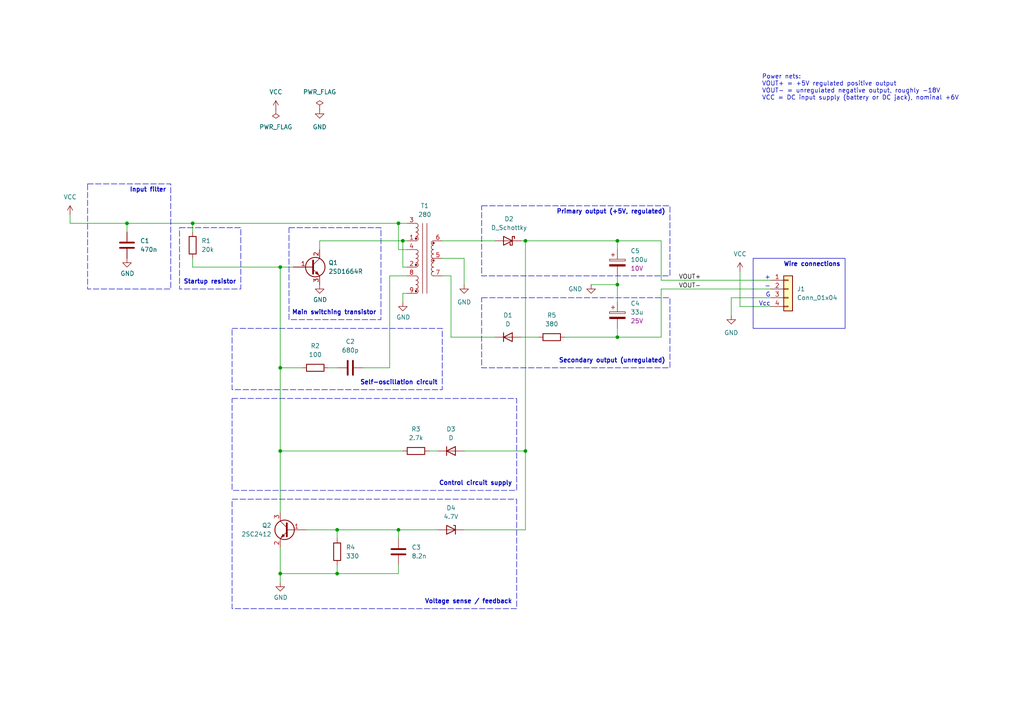
<source format=kicad_sch>
(kicad_sch (version 20230121) (generator eeschema)
  (paper "A4")
  (title_block (title "DC-CONV-DMG-C") (date "2022-01-12") (rev "A") (company "https://gekkio.fi") (comment 1 "https://github.com/gekkio/gb-schematics"))
  (lib_symbols
    (symbol "Connector_Generic:Conn_01x04" (pin_names (offset 1.016) hide)
      (property "Reference" "J" (at 0 5.08 0))
      (property "Value" "Conn_01x04" (at 0 -7.62 0))
      (symbol "Conn_01x04_1_1"
        (rectangle (start -1.27 -4.953) (end 0 -5.207) (stroke (width 0.1524)))
        (rectangle (start -1.27 -2.413) (end 0 -2.667) (stroke (width 0.1524)))
        (rectangle (start -1.27 0.127) (end 0 -0.127) (stroke (width 0.1524)))
        (rectangle (start -1.27 2.667) (end 0 2.413) (stroke (width 0.1524)))
        (rectangle (start -1.27 3.81) (end 1.27 -6.35) (stroke (width 0.254)) (fill (type background)))
        (pin passive line (at -5.08 2.54 0) (length 3.81) (name "Pin_1") (number "1"))
        (pin passive line (at -5.08 0 0) (length 3.81) (name "Pin_2") (number "2"))
        (pin passive line (at -5.08 -2.54 0) (length 3.81) (name "Pin_3") (number "3"))
        (pin passive line (at -5.08 -5.08 0) (length 3.81) (name "Pin_4") (number "4"))
      )
    )
    (symbol "Device:C" (pin_numbers hide) (pin_names (offset 0.254))
      (property "Reference" "C" (at 0.635 2.54 0))
      (property "Value" "C" (at 0.635 -2.54 0))
      (symbol "C_0_1"
        (polyline (pts (xy -2.032 -0.762) (xy 2.032 -0.762)) (stroke (width 0.508)))
        (polyline (pts (xy -2.032 0.762) (xy 2.032 0.762)) (stroke (width 0.508)))
      )
      (symbol "C_1_1"
        (pin passive line (at 0 3.81 270) (length 2.794) (name "~") (number "1"))
        (pin passive line (at 0 -3.81 90) (length 2.794) (name "~") (number "2"))
      )
    )
    (symbol "Device:C_Polarized" (pin_numbers hide) (pin_names (offset 0.254))
      (property "Reference" "C" (at 0.635 2.54 0))
      (property "Value" "C_Polarized" (at 0.635 -2.54 0))
      (symbol "C_Polarized_0_1"
        (rectangle (start -2.286 0.508) (end 2.286 1.016))
        (polyline (pts (xy -1.778 2.286) (xy -0.762 2.286)))
        (polyline (pts (xy -1.27 2.794) (xy -1.27 1.778)))
        (rectangle (start 2.286 -0.508) (end -2.286 -1.016) (fill (type outline)))
      )
      (symbol "C_Polarized_1_1"
        (pin passive line (at 0 3.81 270) (length 2.794) (name "~") (number "1"))
        (pin passive line (at 0 -3.81 90) (length 2.794) (name "~") (number "2"))
      )
    )
    (symbol "Device:D" (pin_numbers hide) (pin_names (offset 1.016) hide)
      (property "Reference" "D" (at 0 2.54 0))
      (property "Value" "D" (at 0 -2.54 0))
      (symbol "D_0_1"
        (polyline (pts (xy -1.27 1.27) (xy -1.27 -1.27)) (stroke (width 0.254)))
        (polyline (pts (xy 1.27 0) (xy -1.27 0)))
        (polyline (pts (xy 1.27 1.27) (xy 1.27 -1.27) (xy -1.27 0) (xy 1.27 1.27)) (stroke (width 0.254)))
      )
      (symbol "D_1_1"
        (pin passive line (at -3.81 0 0) (length 2.54) (name "K") (number "1"))
        (pin passive line (at 3.81 0 180) (length 2.54) (name "A") (number "2"))
      )
    )
    (symbol "Device:D_Schottky" (pin_numbers hide) (pin_names (offset 1.016) hide)
      (property "Reference" "D" (at 0 2.54 0))
      (property "Value" "D_Schottky" (at 0 -2.54 0))
      (symbol "D_Schottky_0_1"
        (polyline (pts (xy 1.27 0) (xy -1.27 0)))
        (polyline (pts (xy 1.27 1.27) (xy 1.27 -1.27) (xy -1.27 0) (xy 1.27 1.27)) (stroke (width 0.254)))
        (polyline (pts (xy -1.905 0.635) (xy -1.905 1.27) (xy -1.27 1.27) (xy -1.27 -1.27) (xy -0.635 -1.27) (xy -0.635 -0.635)) (stroke (width 0.254)))
      )
      (symbol "D_Schottky_1_1"
        (pin passive line (at -3.81 0 0) (length 2.54) (name "K") (number "1"))
        (pin passive line (at 3.81 0 180) (length 2.54) (name "A") (number "2"))
      )
    )
    (symbol "Device:D_Zener" (pin_numbers hide) (pin_names (offset 1.016) hide)
      (property "Reference" "D" (at 0 2.54 0))
      (property "Value" "D_Zener" (at 0 -2.54 0))
      (symbol "D_Zener_0_1"
        (polyline (pts (xy 1.27 0) (xy -1.27 0)))
        (polyline (pts (xy -1.27 -1.27) (xy -1.27 1.27) (xy -0.762 1.27)) (stroke (width 0.254)))
        (polyline (pts (xy 1.27 -1.27) (xy 1.27 1.27) (xy -1.27 0) (xy 1.27 -1.27)) (stroke (width 0.254)))
      )
      (symbol "D_Zener_1_1"
        (pin passive line (at -3.81 0 0) (length 2.54) (name "K") (number "1"))
        (pin passive line (at 3.81 0 180) (length 2.54) (name "A") (number "2"))
      )
    )
    (symbol "Device:Q_NPN_BCE" (pin_names (offset 0) hide)
      (property "Reference" "Q" (at 5.08 1.27 0))
      (property "Value" "Q_NPN_BCE" (at 5.08 -1.27 0))
      (symbol "Q_NPN_BCE_0_1"
        (polyline (pts (xy 0.635 0.635) (xy 2.54 2.54)))
        (polyline (pts (xy 0.635 -0.635) (xy 2.54 -2.54) (xy 2.54 -2.54)))
        (polyline (pts (xy 0.635 1.905) (xy 0.635 -1.905) (xy 0.635 -1.905)) (stroke (width 0.508)))
        (polyline (pts (xy 1.27 -1.778) (xy 1.778 -1.27) (xy 2.286 -2.286) (xy 1.27 -1.778) (xy 1.27 -1.778)) (fill (type outline)))
        (circle (center 1.27 0) (radius 2.8194) (stroke (width 0.254)))
      )
      (symbol "Q_NPN_BCE_1_1"
        (pin input line (at -5.08 0 0) (length 5.715) (name "B") (number "1"))
        (pin passive line (at 2.54 5.08 270) (length 2.54) (name "C") (number "2"))
        (pin passive line (at 2.54 -5.08 90) (length 2.54) (name "E") (number "3"))
      )
    )
    (symbol "Device:Q_NPN_BEC" (pin_names (offset 0) hide)
      (property "Reference" "Q" (at 5.08 1.27 0))
      (property "Value" "Q_NPN_BEC" (at 5.08 -1.27 0))
      (symbol "Q_NPN_BEC_0_1"
        (polyline (pts (xy 0.635 0.635) (xy 2.54 2.54)))
        (polyline (pts (xy 0.635 -0.635) (xy 2.54 -2.54) (xy 2.54 -2.54)))
        (polyline (pts (xy 0.635 1.905) (xy 0.635 -1.905) (xy 0.635 -1.905)) (stroke (width 0.508)))
        (polyline (pts (xy 1.27 -1.778) (xy 1.778 -1.27) (xy 2.286 -2.286) (xy 1.27 -1.778) (xy 1.27 -1.778)) (fill (type outline)))
        (circle (center 1.27 0) (radius 2.8194) (stroke (width 0.254)))
      )
      (symbol "Q_NPN_BEC_1_1"
        (pin input line (at -5.08 0 0) (length 5.715) (name "B") (number "1"))
        (pin passive line (at 2.54 -5.08 90) (length 2.54) (name "E") (number "2"))
        (pin passive line (at 2.54 5.08 270) (length 2.54) (name "C") (number "3"))
      )
    )
    (symbol "Device:R" (pin_numbers hide) (pin_names (offset 0))
      (property "Reference" "R" (at 2.032 0 90))
      (property "Value" "R" (at 0 0 90))
      (symbol "R_0_1"
        (rectangle (start -1.016 -2.54) (end 1.016 2.54) (stroke (width 0.254)))
      )
      (symbol "R_1_1"
        (pin passive line (at 0 3.81 270) (length 1.27) (name "~") (number "1"))
        (pin passive line (at 0 -3.81 90) (length 1.27) (name "~") (number "2"))
      )
    )
    (symbol "Gekkio_Transformer:GameBoy_Transformer_DMG"
      (property "Reference" "T" (at 0 12.7 0))
      (property "Value" "GameBoy_Transformer_DMG" (at 0 -12.7 0))
      (symbol "GameBoy_Transformer_DMG_0_1"
        (arc (start -2.54 -10.16) (mid -1.9077 -9.525) (end -2.54 -8.89))
        (circle (center -2.54 -9.525) (radius 0.254) (fill (type outline)))
        (arc (start -2.54 -8.89) (mid -1.9077 -8.255) (end -2.54 -7.62))
        (arc (start -2.54 -7.62) (mid -1.9077 -6.985) (end -2.54 -6.35))
        (arc (start -2.54 -6.35) (mid -1.9077 -5.715) (end -2.54 -5.08))
        (arc (start -2.54 -2.54) (mid -1.9077 -1.905) (end -2.54 -1.27))
        (circle (center -2.54 -1.905) (radius 0.254) (fill (type outline)))
        (arc (start -2.54 -1.27) (mid -1.9077 -0.635) (end -2.54 0))
        (arc (start -2.54 0) (mid -1.9077 0.635) (end -2.54 1.27))
        (arc (start -2.54 1.27) (mid -1.9077 1.905) (end -2.54 2.54))
        (arc (start -2.54 5.08) (mid -1.9077 5.715) (end -2.54 6.35))
        (circle (center -2.54 5.715) (radius 0.254) (fill (type outline)))
        (arc (start -2.54 6.35) (mid -1.9077 6.985) (end -2.54 7.62))
        (arc (start -2.54 7.62) (mid -1.9077 8.255) (end -2.54 8.89))
        (arc (start -2.54 8.89) (mid -1.9077 9.525) (end -2.54 10.16))
        (polyline (pts (xy -0.635 10.16) (xy -0.635 -10.16)))
        (polyline (pts (xy 0.635 -10.16) (xy 0.635 10.16)))
        (arc (start 2.54 -3.81) (mid 1.9077 -4.445) (end 2.54 -5.08))
        (arc (start 2.54 -2.54) (mid 1.9077 -3.175) (end 2.54 -3.81))
        (arc (start 2.54 -1.27) (mid 1.9077 -1.905) (end 2.54 -2.54))
        (circle (center 2.54 -0.635) (radius 0.254) (fill (type outline)))
        (arc (start 2.54 0) (mid 1.9077 -0.635) (end 2.54 -1.27))
        (arc (start 2.54 1.27) (mid 1.9077 0.635) (end 2.54 0))
        (arc (start 2.54 2.54) (mid 1.9077 1.905) (end 2.54 1.27))
        (arc (start 2.54 3.81) (mid 1.9077 3.175) (end 2.54 2.54))
        (circle (center 2.54 4.445) (radius 0.254) (fill (type outline)))
        (arc (start 2.54 5.08) (mid 1.9077 4.445) (end 2.54 3.81))
      )
      (symbol "GameBoy_Transformer_DMG_1_1"
        (pin passive line (at -5.08 5.08 0) (length 2.54) (name "~") (number "1"))
        (pin passive line (at -5.08 -2.54 0) (length 2.54) (name "~") (number "2"))
        (pin passive line (at -5.08 10.16 0) (length 2.54) (name "~") (number "3"))
        (pin passive line (at -5.08 2.54 0) (length 2.54) (name "~") (number "4"))
        (pin passive line (at 5.08 0 180) (length 2.54) (name "~") (number "5"))
        (pin passive line (at 5.08 5.08 180) (length 2.54) (name "~") (number "6"))
        (pin passive line (at 5.08 -5.08 180) (length 2.54) (name "~") (number "7"))
        (pin passive line (at -5.08 -5.08 0) (length 2.54) (name "~") (number "8"))
        (pin passive line (at -5.08 -10.16 0) (length 2.54) (name "~") (number "9"))
      )
    )
    (symbol "power:GND" (power) (pin_names (offset 0))
      (property "Value" "GND" (at 0 -3.81 0))
      (symbol "GND_0_1"
        (polyline (pts (xy 0 0) (xy 0 -1.27) (xy 1.27 -1.27) (xy 0 -2.54) (xy -1.27 -1.27) (xy 0 -1.27)))
      )
      (symbol "GND_1_1"
        (pin power_in line (at 0 0 270) (length 0) hide (name "GND") (number "1"))
      )
    )
    (symbol "power:PWR_FLAG" (power) (pin_numbers hide) (pin_names (offset 0) hide)
      (property "Value" "PWR_FLAG" (at 0 3.81 0))
      (symbol "PWR_FLAG_0_0"
        (pin power_out line (at 0 0 90) (length 0) (name "pwr") (number "1"))
      )
      (symbol "PWR_FLAG_0_1"
        (polyline (pts (xy 0 0) (xy 0 1.27) (xy -1.016 1.905) (xy 0 2.54) (xy 1.016 1.905) (xy 0 1.27)))
      )
    )
    (symbol "power:VCC" (power) (pin_names (offset 0))
      (property "Value" "VCC" (at 0 3.81 0))
      (symbol "VCC_0_1"
        (polyline (pts (xy -0.762 1.27) (xy 0 2.54)))
        (polyline (pts (xy 0 0) (xy 0 2.54)))
        (polyline (pts (xy 0 2.54) (xy 0.762 1.27)))
      )
      (symbol "VCC_1_1"
        (pin power_in line (at 0 0 90) (length 0) hide (name "VCC") (number "1"))
      )
    )
  )
  (junction (at 179.07 97.79))
  (junction (at 115.57 64.77))
  (junction (at 97.79 166.37))
  (junction (at 179.07 69.85))
  (junction (at 179.07 82.55))
  (junction (at 97.79 153.67))
  (junction (at 152.4 69.85))
  (junction (at 81.28 130.81))
  (junction (at 116.84 69.85))
  (junction (at 81.28 106.68))
  (junction (at 81.28 166.37))
  (junction (at 55.88 64.77))
  (junction (at 81.28 77.47))
  (junction (at 36.83 64.77))
  (junction (at 152.4 130.81))
  (junction (at 115.57 153.67))
  (wire (pts (xy 179.07 69.85) (xy 191.77 69.85)))
  (wire (pts (xy 128.27 69.85) (xy 143.51 69.85)))
  (wire (pts (xy 118.11 72.39) (xy 115.57 72.39)))
  (wire (pts (xy 36.83 64.77) (xy 36.83 67.31)))
  (wire (pts (xy 97.79 163.83) (xy 97.79 166.37)))
  (wire (pts (xy 115.57 72.39) (xy 115.57 64.77)))
  (wire (pts (xy 115.57 153.67) (xy 127 153.67)))
  (wire (pts (xy 116.84 77.47) (xy 118.11 77.47)))
  (wire (pts (xy 105.41 106.68) (xy 113.03 106.68)))
  (wire (pts (xy 179.07 82.55) (xy 171.45 82.55)))
  (wire (pts (xy 179.07 82.55) (xy 179.07 87.63)))
  (wire (pts (xy 55.88 77.47) (xy 81.28 77.47)))
  (wire (pts (xy 97.79 166.37) (xy 81.28 166.37)))
  (wire (pts (xy 179.07 69.85) (xy 179.07 72.39)))
  (wire (pts (xy 130.81 97.79) (xy 143.51 97.79)))
  (wire (pts (xy 214.63 88.9) (xy 214.63 78.74)))
  (wire (pts (xy 130.81 80.01) (xy 130.81 97.79)))
  (wire (pts (xy 116.84 85.09) (xy 116.84 87.63)))
  (wire (pts (xy 85.09 77.47) (xy 81.28 77.47)))
  (wire (pts (xy 191.77 83.82) (xy 191.77 97.79)))
  (wire (pts (xy 179.07 80.01) (xy 179.07 82.55)))
  (wire (pts (xy 113.03 106.68) (xy 113.03 80.01)))
  (wire (pts (xy 97.79 156.21) (xy 97.79 153.67)))
  (wire (pts (xy 134.62 74.93) (xy 128.27 74.93)))
  (wire (pts (xy 134.62 74.93) (xy 134.62 82.55)))
  (wire (pts (xy 152.4 69.85) (xy 179.07 69.85)))
  (wire (pts (xy 92.71 69.85) (xy 116.84 69.85)))
  (wire (pts (xy 115.57 163.83) (xy 115.57 166.37)))
  (wire (pts (xy 223.52 88.9) (xy 214.63 88.9)))
  (wire (pts (xy 163.83 97.79) (xy 179.07 97.79)))
  (wire (pts (xy 20.32 64.77) (xy 20.32 62.23)))
  (wire (pts (xy 179.07 97.79) (xy 191.77 97.79)))
  (wire (pts (xy 97.79 153.67) (xy 115.57 153.67)))
  (wire (pts (xy 223.52 86.36) (xy 212.09 86.36)))
  (wire (pts (xy 95.25 106.68) (xy 97.79 106.68)))
  (wire (pts (xy 134.62 130.81) (xy 152.4 130.81)))
  (wire (pts (xy 152.4 153.67) (xy 134.62 153.67)))
  (wire (pts (xy 55.88 74.93) (xy 55.88 77.47)))
  (wire (pts (xy 87.63 106.68) (xy 81.28 106.68)))
  (wire (pts (xy 20.32 64.77) (xy 36.83 64.77)))
  (wire (pts (xy 130.81 80.01) (xy 128.27 80.01)))
  (wire (pts (xy 223.52 81.28) (xy 191.77 81.28)))
  (wire (pts (xy 81.28 130.81) (xy 81.28 106.68)))
  (wire (pts (xy 116.84 69.85) (xy 116.84 77.47)))
  (wire (pts (xy 81.28 77.47) (xy 81.28 106.68)))
  (wire (pts (xy 118.11 85.09) (xy 116.84 85.09)))
  (wire (pts (xy 179.07 97.79) (xy 179.07 95.25)))
  (wire (pts (xy 116.84 130.81) (xy 81.28 130.81)))
  (wire (pts (xy 115.57 153.67) (xy 115.57 156.21)))
  (wire (pts (xy 55.88 64.77) (xy 115.57 64.77)))
  (wire (pts (xy 151.13 69.85) (xy 152.4 69.85)))
  (wire (pts (xy 212.09 86.36) (xy 212.09 91.44)))
  (wire (pts (xy 115.57 166.37) (xy 97.79 166.37)))
  (wire (pts (xy 113.03 80.01) (xy 118.11 80.01)))
  (wire (pts (xy 118.11 69.85) (xy 116.84 69.85)))
  (wire (pts (xy 92.71 69.85) (xy 92.71 72.39)))
  (wire (pts (xy 81.28 168.91) (xy 81.28 166.37)))
  (wire (pts (xy 88.9 153.67) (xy 97.79 153.67)))
  (wire (pts (xy 115.57 64.77) (xy 118.11 64.77)))
  (wire (pts (xy 223.52 83.82) (xy 191.77 83.82)))
  (wire (pts (xy 152.4 69.85) (xy 152.4 130.81)))
  (wire (pts (xy 127 130.81) (xy 124.46 130.81)))
  (wire (pts (xy 55.88 67.31) (xy 55.88 64.77)))
  (wire (pts (xy 36.83 64.77) (xy 55.88 64.77)))
  (wire (pts (xy 81.28 166.37) (xy 81.28 158.75)))
  (wire (pts (xy 191.77 81.28) (xy 191.77 69.85)))
  (wire (pts (xy 152.4 130.81) (xy 152.4 153.67)))
  (wire (pts (xy 81.28 130.81) (xy 81.28 148.59)))
  (wire (pts (xy 151.13 97.79) (xy 156.21 97.79)))
  (rectangle (start 83.82 66.04) (end 110.49 92.71) (stroke (width 0) (type dash)))
  (rectangle (start 67.31 95.25) (end 128.27 113.03) (stroke (width 0) (type dash)))
  (rectangle (start 67.31 144.78) (end 149.86 176.53) (stroke (width 0) (type dash)))
  (rectangle (start 139.7 59.69) (end 194.31 80.01) (stroke (width 0) (type dash)))
  (rectangle (start 218.44 74.93) (end 245.11 95.25))
  (rectangle (start 139.7 86.36) (end 194.31 106.68) (stroke (width 0) (type dash)))
  (rectangle (start 67.31 115.57) (end 149.86 142.24) (stroke (width 0) (type dash)))
  (rectangle (start 25.4 53.34) (end 49.53 83.82) (stroke (width 0) (type dash)))
  (rectangle (start 52.07 66.04) (end 69.85 83.82) (stroke (width 0) (type dash)))
  (text "-" (at 223.52 83.82 0) (effects (font (size 1.27 1.27)) (justify right bottom)))
  (text "+" (at 223.52 81.28 0) (effects (font (size 1.27 1.27)) (justify right bottom)))
  (text "G" (at 223.52 86.36 0) (effects (font (size 1.27 1.27)) (justify right bottom)))
  (text "Wire connections" (at 243.84 77.47 0) (effects (font (size 1.27 1.27) (thickness 0.254) bold) (justify right bottom)))
  (text "Power nets:\nVOUT+ = +5V regulated positive output\nVOUT- = unregulated negative output, roughly -18V\nVCC = DC input supply (battery or DC jack), nominal +6V" (at 220.98 29.21 0) (effects (font (size 1.27 1.27)) (justify left bottom)))
  (text "Input filter" (at 48.26 55.88 0) (effects (font (size 1.27 1.27) (thickness 0.254) bold) (justify right bottom)))
  (text "Startup resistor" (at 68.58 82.55 0) (effects (font (size 1.27 1.27) (thickness 0.254) bold) (justify right bottom)))
  (text "Self-oscillation circuit" (at 127 111.76 0) (effects (font (size 1.27 1.27) bold) (justify right bottom)))
  (text "Secondary output (unregulated)\n" (at 193.04 105.41 0) (effects (font (size 1.27 1.27) (thickness 0.254) bold) (justify right bottom)))
  (text "Main switching transistor" (at 109.22 91.44 0) (effects (font (size 1.27 1.27) bold) (justify right bottom)))
  (text "Voltage sense / feedback" (at 148.59 175.26 0) (effects (font (size 1.27 1.27) bold) (justify right bottom)))
  (text "Primary output (+5V, regulated)" (at 193.04 62.23 0) (effects (font (size 1.27 1.27) (thickness 0.254) bold) (justify right bottom)))
  (text "Control circuit supply" (at 148.59 140.97 0) (effects (font (size 1.27 1.27) bold) (justify right bottom)))
  (text "Vcc" (at 223.52 88.9 0) (effects (font (size 1.27 1.27)) (justify right bottom)))
  (label "VOUT+" (at 196.85 81.28 0))
  (label "VOUT-" (at 196.85 83.82 0))
  (symbol (lib_id "power:VCC") (at 20.32 62.23 0) (unit 1)
    (property "Reference" "#PWR0101" (effects hide))
    (property "Value" "VCC" (at 20.32 57.15 0))
  )
  (symbol (lib_id "Gekkio_Transformer:GameBoy_Transformer_DMG") (at 123.19 74.93 0) (unit 1)
    (property "Reference" "T1" (at 123.19 59.69 0))
    (property "Value" "280" (at 123.19 62.23 0))
    (property "Footprint" "Gekkio_Transformer_THT:Transformer_GameBoy_DMG" (effects hide))
  )
  (symbol (lib_id "Device:R") (at 55.88 71.12 0) (unit 1)
    (property "Reference" "R1" (at 58.42 69.8499 0) (effects (justify left)))
    (property "Value" "20k" (at 58.42 72.3899 0) (effects (justify left)))
  )
  (symbol (lib_id "Device:Q_NPN_BCE") (at 90.17 77.47 0) (unit 1)
    (property "Reference" "Q1" (at 95.25 76.1999 0) (effects (justify left)))
    (property "Value" "2SD1664R" (at 95.25 78.7399 0) (effects (justify left)))
  )
  (symbol (lib_id "Device:C") (at 101.6 106.68 270) (unit 1)
    (property "Reference" "C2" (at 101.6 99.06 90))
    (property "Value" "680p" (at 101.6 101.6 90))
  )
  (symbol (lib_id "Device:R") (at 91.44 106.68 270) (unit 1)
    (property "Reference" "R2" (at 91.44 100.33 90))
    (property "Value" "100" (at 91.44 102.87 90))
  )
  (symbol (lib_id "power:GND") (at 92.71 82.55 0) (unit 1)
    (property "Reference" "#PWR0102" (effects hide))
    (property "Value" "GND" (at 92.837 86.9442 0))
  )
  (symbol (lib_id "power:GND") (at 116.84 87.63 0) (unit 1)
    (property "Reference" "#PWR0103" (effects hide))
    (property "Value" "GND" (at 116.967 92.0242 0))
  )
  (symbol (lib_id "Device:C") (at 36.83 71.12 0) (unit 1)
    (property "Reference" "C1" (at 40.64 69.8499 0) (effects (justify left)))
    (property "Value" "470n" (at 40.64 72.3899 0) (effects (justify left)))
  )
  (symbol (lib_id "power:GND") (at 36.83 74.93 0) (unit 1)
    (property "Reference" "#PWR0104" (effects hide))
    (property "Value" "GND" (at 36.957 79.3242 0))
  )
  (symbol (lib_id "power:GND") (at 134.62 82.55 0) (unit 1)
    (property "Reference" "#PWR0105" (effects hide))
    (property "Value" "GND" (at 134.62 87.63 0))
  )
  (symbol (lib_id "Device:D_Schottky") (at 147.32 69.85 0) (mirror y) (unit 1)
    (property "Reference" "D2" (at 147.6375 63.5 0))
    (property "Value" "D_Schottky" (at 147.6375 66.04 0))
    (property "Footprint" "Package_TO_SOT_SMD:SOT-23" (effects hide))
  )
  (symbol (lib_id "Device:D") (at 147.32 97.79 0) (unit 1)
    (property "Reference" "D1" (at 147.32 91.44 0))
    (property "Value" "D" (at 147.32 93.98 0))
    (property "Sim.Device" "D" (effects hide))
    (property "Sim.Pins" "1=K 2=A" (effects hide))
  )
  (symbol (lib_id "Device:R") (at 160.02 97.79 270) (unit 1)
    (property "Reference" "R5" (at 160.02 91.44 90))
    (property "Value" "380" (at 160.02 93.98 90))
  )
  (symbol (lib_id "Device:C_Polarized") (at 179.07 76.2 0) (unit 1)
    (property "Reference" "C5" (at 182.88 72.7709 0) (effects (justify left)))
    (property "Value" "100u" (at 182.88 75.3109 0) (effects (justify left)))
    (property "Rating" "10V" (at 182.88 77.8509 0) (effects (justify left)))
  )
  (symbol (lib_id "Device:C_Polarized") (at 179.07 91.44 0) (unit 1)
    (property "Reference" "C4" (at 182.88 88.0109 0) (effects (justify left)))
    (property "Value" "33u" (at 182.88 90.5509 0) (effects (justify left)))
    (property "Rating" "25V" (at 182.88 93.0909 0) (effects (justify left)))
  )
  (symbol (lib_id "power:GND") (at 171.45 82.55 0) (unit 1)
    (property "Reference" "#PWR0106" (effects hide))
    (property "Value" "GND" (at 168.91 83.8199 0) (effects (justify right)))
  )
  (symbol (lib_id "Device:D") (at 130.81 130.81 0) (unit 1)
    (property "Reference" "D3" (at 130.81 124.46 0))
    (property "Value" "D" (at 130.81 127 0))
    (property "Sim.Device" "D" (effects hide))
    (property "Sim.Pins" "1=K 2=A" (effects hide))
  )
  (symbol (lib_id "Device:R") (at 120.65 130.81 270) (unit 1)
    (property "Reference" "R3" (at 120.65 124.46 90))
    (property "Value" "2.7k" (at 120.65 127 90))
  )
  (symbol (lib_id "Device:Q_NPN_BEC") (at 83.82 153.67 0) (mirror y) (unit 1)
    (property "Reference" "Q2" (at 78.74 152.3999 0) (effects (justify left)))
    (property "Value" "2SC2412" (at 78.74 154.9399 0) (effects (justify left)))
  )
  (symbol (lib_id "power:GND") (at 81.28 168.91 0) (unit 1)
    (property "Reference" "#PWR0107" (effects hide))
    (property "Value" "GND" (at 81.407 173.3042 0))
  )
  (symbol (lib_id "Device:R") (at 97.79 160.02 0) (unit 1)
    (property "Reference" "R4" (at 100.33 158.7499 0) (effects (justify left)))
    (property "Value" "330" (at 100.33 161.2899 0) (effects (justify left)))
  )
  (symbol (lib_id "Device:C") (at 115.57 160.02 0) (unit 1)
    (property "Reference" "C3" (at 119.38 158.7499 0) (effects (justify left)))
    (property "Value" "8.2n" (at 119.38 161.2899 0) (effects (justify left)))
  )
  (symbol (lib_id "Device:D_Zener") (at 130.81 153.67 0) (mirror y) (unit 1)
    (property "Reference" "D4" (at 130.81 147.32 0))
    (property "Value" "4.7V" (at 130.81 149.86 0))
  )
  (symbol (lib_id "Connector_Generic:Conn_01x04") (at 228.6 83.82 0) (unit 1)
    (property "Reference" "J1" (at 231.14 83.8199 0) (effects (justify left)))
    (property "Value" "Conn_01x04" (at 231.14 86.3599 0) (effects (justify left)))
  )
  (symbol (lib_id "power:VCC") (at 214.63 78.74 0) (unit 1)
    (property "Reference" "#PWR0108" (effects hide))
    (property "Value" "VCC" (at 214.63 73.66 0))
  )
  (symbol (lib_id "power:GND") (at 212.09 91.44 0) (unit 1)
    (property "Reference" "#PWR0109" (effects hide))
    (property "Value" "GND" (at 212.09 96.52 0))
  )
  (symbol (lib_id "power:PWR_FLAG") (at 80.01 31.75 180) (unit 1)
    (property "Reference" "#FLG0101" (effects hide))
    (property "Value" "PWR_FLAG" (at 80.01 36.83 0))
  )
  (symbol (lib_id "power:VCC") (at 80.01 31.75 0) (unit 1)
    (property "Reference" "#PWR0110" (effects hide))
    (property "Value" "VCC" (at 80.01 26.67 0))
  )
  (symbol (lib_id "power:PWR_FLAG") (at 92.71 31.75 0) (unit 1)
    (property "Reference" "#FLG0102" (effects hide))
    (property "Value" "PWR_FLAG" (at 92.71 26.67 0))
  )
  (symbol (lib_id "power:GND") (at 92.71 31.75 0) (unit 1)
    (property "Reference" "#PWR0111" (effects hide))
    (property "Value" "GND" (at 92.71 36.83 0))
  )
)
</source>
